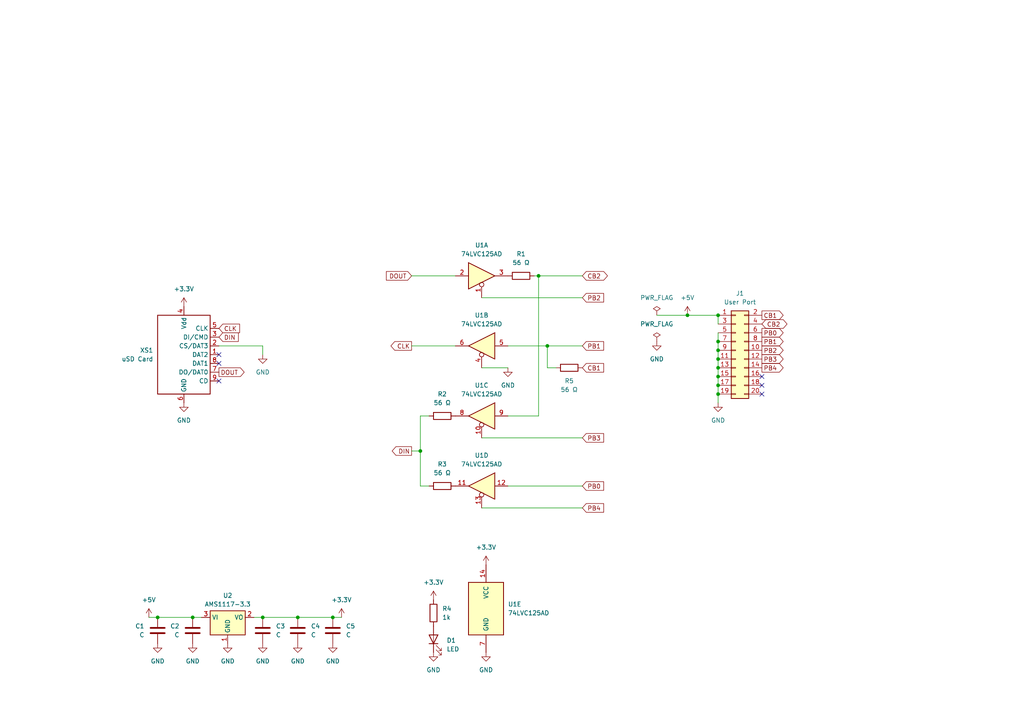
<source format=kicad_sch>
(kicad_sch (version 20230121) (generator eeschema)
  (paper "A4")
  (title_block (title "µSD Turbo 1.0") (date "2023-08-17") (company "J. Hilsdorf"))
  (lib_symbols
    (symbol "74xx:74LS125" (pin_names (offset 1.016))
      (property "Reference" "U" (at 0 1.27 0))
      (property "Value" "74LS125" (at 0 -1.27 0))
      (symbol "74LS125_1_0"
        (polyline (pts (xy -3.81 3.81) (xy -3.81 -3.81) (xy 3.81 0) (xy -3.81 3.81)) (stroke (width 0.254)) (fill (type background)))
        (pin input inverted (at 0 -6.35 90) (length 4.445) (name "~") (number "1"))
        (pin input line (at -7.62 0 0) (length 3.81) (name "~") (number "2"))
        (pin tri_state line (at 7.62 0 180) (length 3.81) (name "~") (number "3"))
      )
      (symbol "74LS125_2_0"
        (polyline (pts (xy -3.81 3.81) (xy -3.81 -3.81) (xy 3.81 0) (xy -3.81 3.81)) (stroke (width 0.254)) (fill (type background)))
        (pin input inverted (at 0 -6.35 90) (length 4.445) (name "~") (number "4"))
        (pin input line (at -7.62 0 0) (length 3.81) (name "~") (number "5"))
        (pin tri_state line (at 7.62 0 180) (length 3.81) (name "~") (number "6"))
      )
      (symbol "74LS125_3_0"
        (polyline (pts (xy -3.81 3.81) (xy -3.81 -3.81) (xy 3.81 0) (xy -3.81 3.81)) (stroke (width 0.254)) (fill (type background)))
        (pin input inverted (at 0 -6.35 90) (length 4.445) (name "~") (number "10"))
        (pin tri_state line (at 7.62 0 180) (length 3.81) (name "~") (number "8"))
        (pin input line (at -7.62 0 0) (length 3.81) (name "~") (number "9"))
      )
      (symbol "74LS125_4_0"
        (polyline (pts (xy -3.81 3.81) (xy -3.81 -3.81) (xy 3.81 0) (xy -3.81 3.81)) (stroke (width 0.254)) (fill (type background)))
        (pin tri_state line (at 7.62 0 180) (length 3.81) (name "~") (number "11"))
        (pin input line (at -7.62 0 0) (length 3.81) (name "~") (number "12"))
        (pin input inverted (at 0 -6.35 90) (length 4.445) (name "~") (number "13"))
      )
      (symbol "74LS125_5_0"
        (pin power_in line (at 0 12.7 270) (length 5.08) (name "VCC") (number "14"))
        (pin power_in line (at 0 -12.7 90) (length 5.08) (name "GND") (number "7"))
      )
      (symbol "74LS125_5_1"
        (rectangle (start -5.08 7.62) (end 5.08 -7.62) (stroke (width 0.254)) (fill (type background)))
      )
    )
    (symbol "Connector_Generic:Conn_02x10_Odd_Even" (pin_names (offset 1.016) hide)
      (property "Reference" "J" (at 1.27 12.7 0))
      (property "Value" "Conn_02x10_Odd_Even" (at 1.27 -15.24 0))
      (symbol "Conn_02x10_Odd_Even_1_1"
        (rectangle (start -1.27 -12.573) (end 0 -12.827) (stroke (width 0.1524)))
        (rectangle (start -1.27 -10.033) (end 0 -10.287) (stroke (width 0.1524)))
        (rectangle (start -1.27 -7.493) (end 0 -7.747) (stroke (width 0.1524)))
        (rectangle (start -1.27 -4.953) (end 0 -5.207) (stroke (width 0.1524)))
        (rectangle (start -1.27 -2.413) (end 0 -2.667) (stroke (width 0.1524)))
        (rectangle (start -1.27 0.127) (end 0 -0.127) (stroke (width 0.1524)))
        (rectangle (start -1.27 2.667) (end 0 2.413) (stroke (width 0.1524)))
        (rectangle (start -1.27 5.207) (end 0 4.953) (stroke (width 0.1524)))
        (rectangle (start -1.27 7.747) (end 0 7.493) (stroke (width 0.1524)))
        (rectangle (start -1.27 10.287) (end 0 10.033) (stroke (width 0.1524)))
        (rectangle (start -1.27 11.43) (end 3.81 -13.97) (stroke (width 0.254)) (fill (type background)))
        (rectangle (start 3.81 -12.573) (end 2.54 -12.827) (stroke (width 0.1524)))
        (rectangle (start 3.81 -10.033) (end 2.54 -10.287) (stroke (width 0.1524)))
        (rectangle (start 3.81 -7.493) (end 2.54 -7.747) (stroke (width 0.1524)))
        (rectangle (start 3.81 -4.953) (end 2.54 -5.207) (stroke (width 0.1524)))
        (rectangle (start 3.81 -2.413) (end 2.54 -2.667) (stroke (width 0.1524)))
        (rectangle (start 3.81 0.127) (end 2.54 -0.127) (stroke (width 0.1524)))
        (rectangle (start 3.81 2.667) (end 2.54 2.413) (stroke (width 0.1524)))
        (rectangle (start 3.81 5.207) (end 2.54 4.953) (stroke (width 0.1524)))
        (rectangle (start 3.81 7.747) (end 2.54 7.493) (stroke (width 0.1524)))
        (rectangle (start 3.81 10.287) (end 2.54 10.033) (stroke (width 0.1524)))
        (pin passive line (at -5.08 10.16 0) (length 3.81) (name "Pin_1") (number "1"))
        (pin passive line (at 7.62 0 180) (length 3.81) (name "Pin_10") (number "10"))
        (pin passive line (at -5.08 -2.54 0) (length 3.81) (name "Pin_11") (number "11"))
        (pin passive line (at 7.62 -2.54 180) (length 3.81) (name "Pin_12") (number "12"))
        (pin passive line (at -5.08 -5.08 0) (length 3.81) (name "Pin_13") (number "13"))
        (pin passive line (at 7.62 -5.08 180) (length 3.81) (name "Pin_14") (number "14"))
        (pin passive line (at -5.08 -7.62 0) (length 3.81) (name "Pin_15") (number "15"))
        (pin passive line (at 7.62 -7.62 180) (length 3.81) (name "Pin_16") (number "16"))
        (pin passive line (at -5.08 -10.16 0) (length 3.81) (name "Pin_17") (number "17"))
        (pin passive line (at 7.62 -10.16 180) (length 3.81) (name "Pin_18") (number "18"))
        (pin passive line (at -5.08 -12.7 0) (length 3.81) (name "Pin_19") (number "19"))
        (pin passive line (at 7.62 10.16 180) (length 3.81) (name "Pin_2") (number "2"))
        (pin passive line (at 7.62 -12.7 180) (length 3.81) (name "Pin_20") (number "20"))
        (pin passive line (at -5.08 7.62 0) (length 3.81) (name "Pin_3") (number "3"))
        (pin passive line (at 7.62 7.62 180) (length 3.81) (name "Pin_4") (number "4"))
        (pin passive line (at -5.08 5.08 0) (length 3.81) (name "Pin_5") (number "5"))
        (pin passive line (at 7.62 5.08 180) (length 3.81) (name "Pin_6") (number "6"))
        (pin passive line (at -5.08 2.54 0) (length 3.81) (name "Pin_7") (number "7"))
        (pin passive line (at 7.62 2.54 180) (length 3.81) (name "Pin_8") (number "8"))
        (pin passive line (at -5.08 0 0) (length 3.81) (name "Pin_9") (number "9"))
      )
    )
    (symbol "Device:C" (pin_numbers hide) (pin_names (offset 0.254))
      (property "Reference" "C" (at 0.635 2.54 0))
      (property "Value" "C" (at 0.635 -2.54 0))
      (symbol "C_0_1"
        (polyline (pts (xy -2.032 -0.762) (xy 2.032 -0.762)) (stroke (width 0.508)))
        (polyline (pts (xy -2.032 0.762) (xy 2.032 0.762)) (stroke (width 0.508)))
      )
      (symbol "C_1_1"
        (pin passive line (at 0 3.81 270) (length 2.794) (name "~") (number "1"))
        (pin passive line (at 0 -3.81 90) (length 2.794) (name "~") (number "2"))
      )
    )
    (symbol "Device:LED" (pin_numbers hide) (pin_names (offset 1.016) hide)
      (property "Reference" "D" (at 0 2.54 0))
      (property "Value" "LED" (at 0 -2.54 0))
      (symbol "LED_0_1"
        (polyline (pts (xy -1.27 -1.27) (xy -1.27 1.27)) (stroke (width 0.254)))
        (polyline (pts (xy -1.27 0) (xy 1.27 0)))
        (polyline (pts (xy 1.27 -1.27) (xy 1.27 1.27) (xy -1.27 0) (xy 1.27 -1.27)) (stroke (width 0.254)))
        (polyline (pts (xy -3.048 -0.762) (xy -4.572 -2.286) (xy -3.81 -2.286) (xy -4.572 -2.286) (xy -4.572 -1.524)))
        (polyline (pts (xy -1.778 -0.762) (xy -3.302 -2.286) (xy -2.54 -2.286) (xy -3.302 -2.286) (xy -3.302 -1.524)))
      )
      (symbol "LED_1_1"
        (pin passive line (at -3.81 0 0) (length 2.54) (name "K") (number "1"))
        (pin passive line (at 3.81 0 180) (length 2.54) (name "A") (number "2"))
      )
    )
    (symbol "Device:R" (pin_numbers hide) (pin_names (offset 0))
      (property "Reference" "R" (at 2.032 0 90))
      (property "Value" "R" (at 0 0 90))
      (symbol "R_0_1"
        (rectangle (start -1.016 -2.54) (end 1.016 2.54) (stroke (width 0.254)))
      )
      (symbol "R_1_1"
        (pin passive line (at 0 3.81 270) (length 1.27) (name "~") (number "1"))
        (pin passive line (at 0 -3.81 90) (length 1.27) (name "~") (number "2"))
      )
    )
    (symbol "Regulator_Linear:AMS1117-3.3"
      (property "Reference" "U" (at -3.81 3.175 0))
      (property "Value" "AMS1117-3.3" (at 0 3.175 0))
      (symbol "AMS1117-3.3_0_1"
        (rectangle (start -5.08 -5.08) (end 5.08 1.905) (stroke (width 0.254)) (fill (type background)))
      )
      (symbol "AMS1117-3.3_1_1"
        (pin power_in line (at 0 -7.62 90) (length 2.54) (name "GND") (number "1"))
        (pin power_out line (at 7.62 0 180) (length 2.54) (name "VO") (number "2"))
        (pin power_in line (at -7.62 0 0) (length 2.54) (name "VI") (number "3"))
      )
    )
    (symbol "power:+3.3V" (power) (pin_names (offset 0))
      (property "Value" "+3.3V" (at 0 3.556 0))
      (symbol "+3.3V_0_1"
        (polyline (pts (xy -0.762 1.27) (xy 0 2.54)))
        (polyline (pts (xy 0 0) (xy 0 2.54)))
        (polyline (pts (xy 0 2.54) (xy 0.762 1.27)))
      )
      (symbol "+3.3V_1_1"
        (pin power_in line (at 0 0 90) (length 0) hide (name "+3.3V") (number "1"))
      )
    )
    (symbol "power:+5V" (power) (pin_names (offset 0))
      (property "Value" "+5V" (at 0 3.556 0))
      (symbol "+5V_0_1"
        (polyline (pts (xy -0.762 1.27) (xy 0 2.54)))
        (polyline (pts (xy 0 0) (xy 0 2.54)))
        (polyline (pts (xy 0 2.54) (xy 0.762 1.27)))
      )
      (symbol "+5V_1_1"
        (pin power_in line (at 0 0 90) (length 0) hide (name "+5V") (number "1"))
      )
    )
    (symbol "power:GND" (power) (pin_names (offset 0))
      (property "Value" "GND" (at 0 -3.81 0))
      (symbol "GND_0_1"
        (polyline (pts (xy 0 0) (xy 0 -1.27) (xy 1.27 -1.27) (xy 0 -2.54) (xy -1.27 -1.27) (xy 0 -1.27)))
      )
      (symbol "GND_1_1"
        (pin power_in line (at 0 0 270) (length 0) hide (name "GND") (number "1"))
      )
    )
    (symbol "power:PWR_FLAG" (power) (pin_numbers hide) (pin_names (offset 0) hide)
      (property "Value" "PWR_FLAG" (at 0 3.81 0))
      (symbol "PWR_FLAG_0_0"
        (pin power_out line (at 0 0 90) (length 0) (name "pwr") (number "1"))
      )
      (symbol "PWR_FLAG_0_1"
        (polyline (pts (xy 0 0) (xy 0 1.27) (xy -1.016 1.905) (xy 0 2.54) (xy 1.016 1.905) (xy 0 1.27)))
      )
    )
    (symbol "symbols:SD_ebay-uSD-push_push_SMD"
      (property "Reference" "XS" (at 5.08 -13.97 0))
      (property "Value" "SD_ebay-uSD-push_push_SMD" (at -11.43 -1.27 90))
      (symbol "SD_ebay-uSD-push_push_SMD_0_0"
        (rectangle (start 6.35 11.43) (end -8.89 -11.43) (stroke (width 0.254)))
      )
      (symbol "SD_ebay-uSD-push_push_SMD_1_1"
        (pin bidirectional line (at 8.89 0 180) (length 2.54) (name "DAT2") (number "1"))
        (pin input line (at 8.89 2.54 180) (length 2.54) (name "CS/DAT3") (number "2"))
        (pin input line (at 8.89 5.08 180) (length 2.54) (name "DI/CMD") (number "3"))
        (pin input line (at -1.27 13.97 270) (length 2.54) (name "Vdd") (number "4"))
        (pin input line (at 8.89 7.62 180) (length 2.54) (name "CLK") (number "5"))
        (pin input line (at -1.27 -13.97 90) (length 2.54) (name "GND") (number "6"))
        (pin input line (at 8.89 -5.08 180) (length 2.54) (name "DO/DAT0") (number "7"))
        (pin bidirectional line (at 8.89 -2.54 180) (length 2.54) (name "DAT1") (number "8"))
        (pin input line (at 8.89 -7.62 180) (length 2.54) (name "CD") (number "9"))
      )
    )
  )
  (junction (at 76.2 179.07))
  (junction (at 158.75 100.33))
  (junction (at 45.72 179.07))
  (junction (at 96.52 179.07))
  (junction (at 121.92 130.81))
  (junction (at 156.21 80.01))
  (junction (at 208.28 91.44))
  (junction (at 208.28 114.3))
  (junction (at 208.28 109.22))
  (junction (at 208.28 101.6))
  (junction (at 55.88 179.07))
  (junction (at 208.28 99.06))
  (junction (at 86.36 179.07))
  (junction (at 199.39 91.44))
  (junction (at 208.28 106.68))
  (junction (at 208.28 104.14))
  (junction (at 208.28 111.76))
  (no_connect (at 220.98 109.22))
  (no_connect (at 220.98 114.3))
  (no_connect (at 63.5 105.41))
  (no_connect (at 220.98 111.76))
  (no_connect (at 63.5 102.87))
  (no_connect (at 63.5 110.49))
  (wire (pts (xy 168.91 80.01) (xy 156.21 80.01)))
  (wire (pts (xy 208.28 101.6) (xy 208.28 104.14)))
  (wire (pts (xy 55.88 179.07) (xy 45.72 179.07)))
  (wire (pts (xy 124.46 140.97) (xy 121.92 140.97)))
  (wire (pts (xy 119.38 130.81) (xy 121.92 130.81)))
  (wire (pts (xy 156.21 80.01) (xy 154.94 80.01)))
  (wire (pts (xy 147.32 120.65) (xy 156.21 120.65)))
  (wire (pts (xy 139.7 127) (xy 168.91 127)))
  (wire (pts (xy 158.75 106.68) (xy 161.29 106.68)))
  (wire (pts (xy 208.28 109.22) (xy 208.28 111.76)))
  (wire (pts (xy 208.28 114.3) (xy 208.28 116.84)))
  (wire (pts (xy 208.28 111.76) (xy 208.28 114.3)))
  (wire (pts (xy 147.32 100.33) (xy 158.75 100.33)))
  (wire (pts (xy 190.5 91.44) (xy 199.39 91.44)))
  (wire (pts (xy 121.92 130.81) (xy 121.92 140.97)))
  (wire (pts (xy 58.42 179.07) (xy 55.88 179.07)))
  (wire (pts (xy 121.92 120.65) (xy 121.92 130.81)))
  (wire (pts (xy 168.91 140.97) (xy 147.32 140.97)))
  (wire (pts (xy 63.5 100.33) (xy 76.2 100.33)))
  (wire (pts (xy 86.36 179.07) (xy 96.52 179.07)))
  (wire (pts (xy 76.2 179.07) (xy 73.66 179.07)))
  (wire (pts (xy 158.75 100.33) (xy 168.91 100.33)))
  (wire (pts (xy 208.28 106.68) (xy 208.28 109.22)))
  (wire (pts (xy 156.21 120.65) (xy 156.21 80.01)))
  (wire (pts (xy 119.38 80.01) (xy 132.08 80.01)))
  (wire (pts (xy 208.28 91.44) (xy 208.28 93.98)))
  (wire (pts (xy 76.2 100.33) (xy 76.2 102.87)))
  (wire (pts (xy 119.38 100.33) (xy 132.08 100.33)))
  (wire (pts (xy 139.7 86.36) (xy 168.91 86.36)))
  (wire (pts (xy 208.28 96.52) (xy 208.28 99.06)))
  (wire (pts (xy 86.36 179.07) (xy 76.2 179.07)))
  (wire (pts (xy 208.28 104.14) (xy 208.28 106.68)))
  (wire (pts (xy 45.72 179.07) (xy 43.18 179.07)))
  (wire (pts (xy 208.28 99.06) (xy 208.28 101.6)))
  (wire (pts (xy 199.39 91.44) (xy 208.28 91.44)))
  (wire (pts (xy 139.7 106.68) (xy 147.32 106.68)))
  (wire (pts (xy 158.75 100.33) (xy 158.75 106.68)))
  (wire (pts (xy 99.06 179.07) (xy 96.52 179.07)))
  (wire (pts (xy 121.92 120.65) (xy 124.46 120.65)))
  (wire (pts (xy 139.7 147.32) (xy 168.91 147.32)))
  (global_label "CB2" (shape bidirectional) (at 220.98 93.98 0) (property "Intersheetrefs" "${INTERSHEET_REFS}" (effects hide)))
  (global_label "CB1" (shape input) (at 168.91 106.68 0) (property "Intersheetrefs" "${INTERSHEET_REFS}" (effects hide)))
  (global_label "CLK" (shape output) (at 119.38 100.33 180) (property "Intersheetrefs" "${INTERSHEET_REFS}" (effects hide)))
  (global_label "DOUT" (shape input) (at 119.38 80.01 180) (property "Intersheetrefs" "${INTERSHEET_REFS}" (effects hide)))
  (global_label "PB0" (shape input) (at 168.91 140.97 0) (property "Intersheetrefs" "${INTERSHEET_REFS}" (effects hide)))
  (global_label "DIN" (shape output) (at 119.38 130.81 180) (property "Intersheetrefs" "${INTERSHEET_REFS}" (effects hide)))
  (global_label "PB1" (shape output) (at 220.98 99.06 0) (property "Intersheetrefs" "${INTERSHEET_REFS}" (effects hide)))
  (global_label "PB2" (shape input) (at 168.91 86.36 0) (property "Intersheetrefs" "${INTERSHEET_REFS}" (effects hide)))
  (global_label "DOUT" (shape output) (at 63.5 107.95 0) (property "Intersheetrefs" "${INTERSHEET_REFS}" (effects hide)))
  (global_label "DIN" (shape input) (at 63.5 97.79 0) (property "Intersheetrefs" "${INTERSHEET_REFS}" (effects hide)))
  (global_label "PB4" (shape output) (at 220.98 106.68 0) (property "Intersheetrefs" "${INTERSHEET_REFS}" (effects hide)))
  (global_label "PB4" (shape input) (at 168.91 147.32 0) (property "Intersheetrefs" "${INTERSHEET_REFS}" (effects hide)))
  (global_label "CLK" (shape input) (at 63.5 95.25 0) (property "Intersheetrefs" "${INTERSHEET_REFS}" (effects hide)))
  (global_label "PB2" (shape output) (at 220.98 101.6 0) (property "Intersheetrefs" "${INTERSHEET_REFS}" (effects hide)))
  (global_label "PB0" (shape output) (at 220.98 96.52 0) (property "Intersheetrefs" "${INTERSHEET_REFS}" (effects hide)))
  (global_label "PB3" (shape output) (at 220.98 104.14 0) (property "Intersheetrefs" "${INTERSHEET_REFS}" (effects hide)))
  (global_label "CB2" (shape bidirectional) (at 168.91 80.01 0) (property "Intersheetrefs" "${INTERSHEET_REFS}" (effects hide)))
  (global_label "CB1" (shape output) (at 220.98 91.44 0) (property "Intersheetrefs" "${INTERSHEET_REFS}" (effects hide)))
  (global_label "PB1" (shape input) (at 168.91 100.33 0) (property "Intersheetrefs" "${INTERSHEET_REFS}" (effects hide)))
  (global_label "PB3" (shape input) (at 168.91 127 0) (property "Intersheetrefs" "${INTERSHEET_REFS}" (effects hide)))
  (symbol (lib_id "power:PWR_FLAG") (at 190.5 91.44 0) (unit 1)
    (property "Reference" "#FLG01" (effects hide))
    (property "Value" "PWR_FLAG" (at 190.5 86.36 0))
  )
  (symbol (lib_id "power:+3.3V") (at 99.06 179.07 0) (mirror y) (unit 1)
    (property "Reference" "#PWR011" (effects hide))
    (property "Value" "+3.3V" (at 99.06 173.99 0))
  )
  (symbol (lib_id "74xx:74LS125") (at 139.7 120.65 0) (mirror y) (unit 3)
    (property "Reference" "U1" (at 139.7 111.76 0))
    (property "Value" "74LVC125AD" (at 139.7 114.3 0))
    (property "Footprint" "Package_SO:SOIC-14_3.9x8.7mm_P1.27mm" (effects hide))
    (property "Datasheet" "https://assets.nexperia.com/documents/data-sheet/74LVC125A.pdf" (effects hide))
  )
  (symbol (lib_id "Device:R") (at 125.73 177.8 0) (unit 1)
    (property "Reference" "R4" (at 128.27 176.53 0) (effects (justify left)))
    (property "Value" "1k" (at 128.27 179.07 0) (effects (justify left)))
    (property "Footprint" "Resistor_SMD:R_0603_1608Metric" (effects hide))
  )
  (symbol (lib_id "power:+5V") (at 43.18 179.07 0) (mirror y) (unit 1)
    (property "Reference" "#PWR010" (effects hide))
    (property "Value" "+5V" (at 43.18 173.99 0))
  )
  (symbol (lib_id "power:GND") (at 76.2 186.69 0) (mirror y) (unit 1)
    (property "Reference" "#PWR015" (effects hide))
    (property "Value" "GND" (at 76.2 191.77 0))
  )
  (symbol (lib_id "power:+3.3V") (at 53.34 88.9 0) (unit 1)
    (property "Reference" "#PWR01" (effects hide))
    (property "Value" "+3.3V" (at 53.34 83.82 0))
  )
  (symbol (lib_id "Device:C") (at 55.88 182.88 0) (mirror y) (unit 1)
    (property "Reference" "C2" (at 52.07 181.61 0) (effects (justify left)))
    (property "Value" "C" (at 52.07 184.15 0) (effects (justify left)))
    (property "Footprint" "Capacitor_SMD:C_0603_1608Metric" (effects hide))
  )
  (symbol (lib_id "power:PWR_FLAG") (at 190.5 99.06 0) (unit 1)
    (property "Reference" "#FLG02" (effects hide))
    (property "Value" "PWR_FLAG" (at 190.5 93.98 0))
  )
  (symbol (lib_id "74xx:74LS125") (at 139.7 80.01 0) (unit 1)
    (property "Reference" "U1" (at 139.7 71.12 0))
    (property "Value" "74LVC125AD" (at 139.7 73.66 0))
    (property "Footprint" "Package_SO:SOIC-14_3.9x8.7mm_P1.27mm" (effects hide))
    (property "Datasheet" "https://assets.nexperia.com/documents/data-sheet/74LVC125A.pdf" (effects hide))
  )
  (symbol (lib_id "power:GND") (at 53.34 116.84 0) (unit 1)
    (property "Reference" "#PWR06" (effects hide))
    (property "Value" "GND" (at 53.34 121.92 0))
  )
  (symbol (lib_id "symbols:SD_ebay-uSD-push_push_SMD") (at 54.61 102.87 0) (unit 1)
    (property "Reference" "XS1" (at 44.45 101.6 0) (effects (justify right)))
    (property "Value" "uSD Card" (at 44.45 104.14 0) (effects (justify right)))
    (property "Footprint" "footprints:Conn_uSDcard" (effects hide))
    (property "Datasheet" "_" (effects hide))
    (property "Manf#" "_" (effects hide))
    (property "Manf" "ebay" (effects hide))
  )
  (symbol (lib_id "power:GND") (at 140.97 189.23 0) (unit 1)
    (property "Reference" "#PWR019" (effects hide))
    (property "Value" "GND" (at 140.97 194.31 0))
  )
  (symbol (lib_id "power:GND") (at 125.73 189.23 0) (unit 1)
    (property "Reference" "#PWR018" (effects hide))
    (property "Value" "GND" (at 125.73 194.31 0))
  )
  (symbol (lib_id "power:GND") (at 96.52 186.69 0) (mirror y) (unit 1)
    (property "Reference" "#PWR017" (effects hide))
    (property "Value" "GND" (at 96.52 191.77 0))
  )
  (symbol (lib_id "power:+5V") (at 199.39 91.44 0) (unit 1)
    (property "Reference" "#PWR02" (effects hide))
    (property "Value" "+5V" (at 199.39 86.36 0))
  )
  (symbol (lib_id "Device:C") (at 96.52 182.88 0) (unit 1)
    (property "Reference" "C5" (at 100.33 181.61 0) (effects (justify left)))
    (property "Value" "C" (at 100.33 184.15 0) (effects (justify left)))
    (property "Footprint" "Capacitor_SMD:C_0603_1608Metric" (effects hide))
  )
  (symbol (lib_id "Device:R") (at 128.27 140.97 90) (unit 1)
    (property "Reference" "R3" (at 128.27 134.62 90))
    (property "Value" "56 Ω" (at 128.27 137.16 90))
    (property "Footprint" "Resistor_SMD:R_0603_1608Metric" (effects hide))
  )
  (symbol (lib_id "power:+3.3V") (at 140.97 163.83 0) (mirror y) (unit 1)
    (property "Reference" "#PWR08" (effects hide))
    (property "Value" "+3.3V" (at 140.97 158.75 0))
  )
  (symbol (lib_id "power:GND") (at 86.36 186.69 0) (mirror y) (unit 1)
    (property "Reference" "#PWR016" (effects hide))
    (property "Value" "GND" (at 86.36 191.77 0))
  )
  (symbol (lib_id "power:GND") (at 190.5 99.06 0) (unit 1)
    (property "Reference" "#PWR03" (effects hide))
    (property "Value" "GND" (at 190.5 104.14 0))
  )
  (symbol (lib_id "74xx:74LS125") (at 139.7 140.97 0) (mirror y) (unit 4)
    (property "Reference" "U1" (at 139.7 132.08 0))
    (property "Value" "74LVC125AD" (at 139.7 134.62 0))
    (property "Footprint" "Package_SO:SOIC-14_3.9x8.7mm_P1.27mm" (effects hide))
    (property "Datasheet" "https://assets.nexperia.com/documents/data-sheet/74LVC125A.pdf" (effects hide))
  )
  (symbol (lib_id "Device:LED") (at 125.73 185.42 90) (unit 1)
    (property "Reference" "D1" (at 129.54 185.7375 90) (effects (justify right)))
    (property "Value" "LED" (at 129.54 188.2775 90) (effects (justify right)))
    (property "Footprint" "LED_SMD:LED_0603_1608Metric" (effects hide))
  )
  (symbol (lib_id "Connector_Generic:Conn_02x10_Odd_Even") (at 213.36 101.6 0) (unit 1)
    (property "Reference" "J1" (at 214.63 85.09 0))
    (property "Value" "User Port" (at 214.63 87.63 0))
    (property "Footprint" "Connector_PinSocket_2.54mm:PinSocket_2x10_P2.54mm_Horizontal" (effects hide))
  )
  (symbol (lib_id "Device:R") (at 128.27 120.65 90) (unit 1)
    (property "Reference" "R2" (at 128.27 114.3 90))
    (property "Value" "56 Ω" (at 128.27 116.84 90))
    (property "Footprint" "Resistor_SMD:R_0603_1608Metric" (effects hide))
  )
  (symbol (lib_id "power:+3.3V") (at 125.73 173.99 0) (unit 1)
    (property "Reference" "#PWR09" (effects hide))
    (property "Value" "+3.3V" (at 125.73 168.91 0))
  )
  (symbol (lib_id "power:GND") (at 76.2 102.87 0) (unit 1)
    (property "Reference" "#PWR04" (effects hide))
    (property "Value" "GND" (at 76.2 107.95 0))
  )
  (symbol (lib_id "power:GND") (at 147.32 106.68 0) (unit 1)
    (property "Reference" "#PWR05" (effects hide))
    (property "Value" "GND" (at 147.32 111.76 0))
  )
  (symbol (lib_id "74xx:74LS125") (at 140.97 176.53 0) (unit 5)
    (property "Reference" "U1" (at 147.32 175.26 0) (effects (justify left)))
    (property "Value" "74LVC125AD" (at 147.32 177.8 0) (effects (justify left)))
    (property "Footprint" "Package_SO:SOIC-14_3.9x8.7mm_P1.27mm" (effects hide))
    (property "Datasheet" "https://assets.nexperia.com/documents/data-sheet/74LVC125A.pdf" (effects hide))
  )
  (symbol (lib_id "Device:C") (at 86.36 182.88 0) (unit 1)
    (property "Reference" "C4" (at 90.17 181.61 0) (effects (justify left)))
    (property "Value" "C" (at 90.17 184.15 0) (effects (justify left)))
    (property "Footprint" "Capacitor_SMD:C_0603_1608Metric" (effects hide))
  )
  (symbol (lib_id "power:GND") (at 45.72 186.69 0) (mirror y) (unit 1)
    (property "Reference" "#PWR012" (effects hide))
    (property "Value" "GND" (at 45.72 191.77 0))
  )
  (symbol (lib_id "Regulator_Linear:AMS1117-3.3") (at 66.04 179.07 0) (unit 1)
    (property "Reference" "U2" (at 66.04 172.72 0))
    (property "Value" "AMS1117-3.3" (at 66.04 175.26 0))
    (property "Footprint" "Package_TO_SOT_SMD:SOT-223-3_TabPin2" (effects hide))
    (property "Datasheet" "http://www.advanced-monolithic.com/pdf/ds1117.pdf" (effects hide))
  )
  (symbol (lib_id "power:GND") (at 66.04 186.69 0) (mirror y) (unit 1)
    (property "Reference" "#PWR014" (effects hide))
    (property "Value" "GND" (at 66.04 191.77 0))
  )
  (symbol (lib_id "power:GND") (at 55.88 186.69 0) (mirror y) (unit 1)
    (property "Reference" "#PWR013" (effects hide))
    (property "Value" "GND" (at 55.88 191.77 0))
  )
  (symbol (lib_id "Device:R") (at 165.1 106.68 90) (unit 1)
    (property "Reference" "R5" (at 165.1 110.49 90))
    (property "Value" "56 Ω" (at 165.1 113.03 90))
    (property "Footprint" "Resistor_SMD:R_0603_1608Metric" (effects hide))
  )
  (symbol (lib_id "Device:R") (at 151.13 80.01 90) (unit 1)
    (property "Reference" "R1" (at 151.13 73.66 90))
    (property "Value" "56 Ω" (at 151.13 76.2 90))
    (property "Footprint" "Resistor_SMD:R_0603_1608Metric" (effects hide))
  )
  (symbol (lib_id "Device:C") (at 76.2 182.88 0) (unit 1)
    (property "Reference" "C3" (at 80.01 181.61 0) (effects (justify left)))
    (property "Value" "C" (at 80.01 184.15 0) (effects (justify left)))
    (property "Footprint" "Capacitor_SMD:C_0603_1608Metric" (effects hide))
  )
  (symbol (lib_id "power:GND") (at 208.28 116.84 0) (unit 1)
    (property "Reference" "#PWR07" (effects hide))
    (property "Value" "GND" (at 208.28 121.92 0))
  )
  (symbol (lib_id "74xx:74LS125") (at 139.7 100.33 0) (mirror y) (unit 2)
    (property "Reference" "U1" (at 139.7 91.44 0))
    (property "Value" "74LVC125AD" (at 139.7 93.98 0))
    (property "Footprint" "Package_SO:SOIC-14_3.9x8.7mm_P1.27mm" (effects hide))
    (property "Datasheet" "https://assets.nexperia.com/documents/data-sheet/74LVC125A.pdf" (effects hide))
  )
  (symbol (lib_id "Device:C") (at 45.72 182.88 0) (mirror y) (unit 1)
    (property "Reference" "C1" (at 41.91 181.61 0) (effects (justify left)))
    (property "Value" "C" (at 41.91 184.15 0) (effects (justify left)))
    (property "Footprint" "Capacitor_SMD:C_0603_1608Metric" (effects hide))
  )
)
</source>
